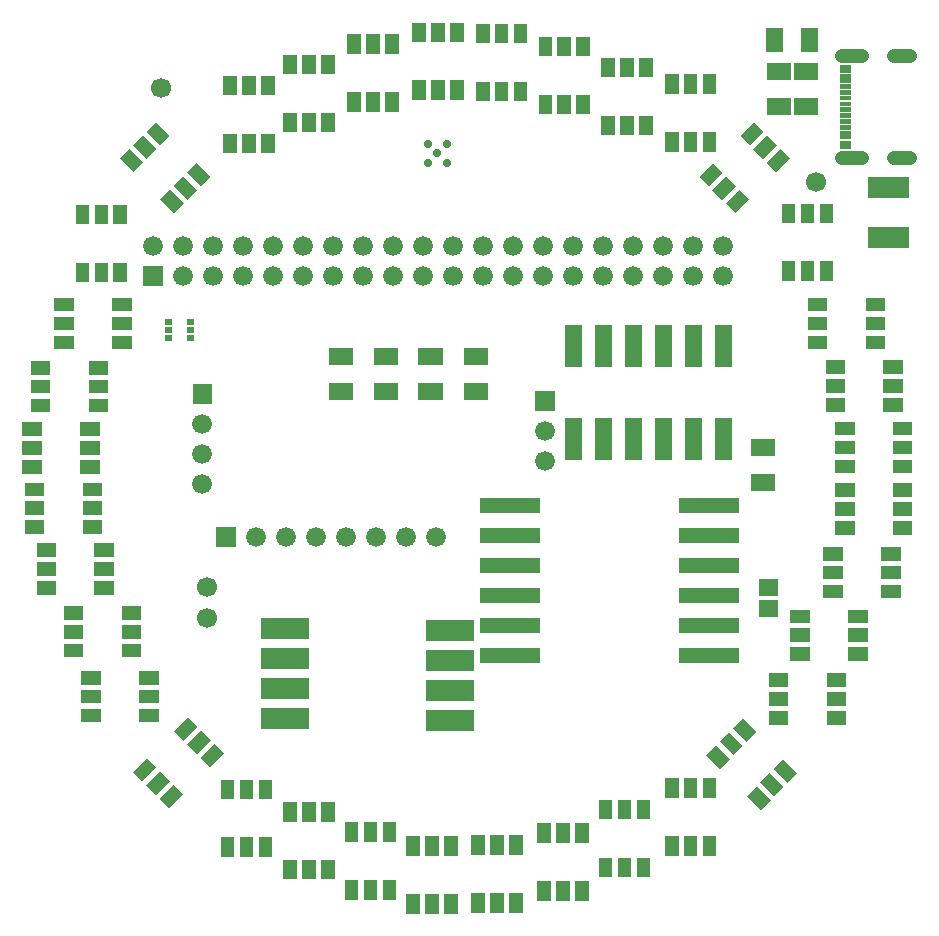
<source format=gbr>
G04 start of page 6 for group -4063 idx -4063 *
G04 Title: (unknown), componentmask *
G04 Creator: pcb 4.2.0 *
G04 CreationDate: Fri Feb 14 02:49:43 2020 UTC *
G04 For: blinken *
G04 Format: Gerber/RS-274X *
G04 PCB-Dimensions (mm): 90.16 90.16 *
G04 PCB-Coordinate-Origin: lower left *
%MOMM*%
%FSLAX43Y43*%
%LNTOPMASK*%
%ADD61C,1.158*%
%ADD60C,1.700*%
%ADD59C,0.002*%
%ADD58C,0.702*%
%ADD57C,1.676*%
G54D57*X26110Y66370D03*
X28650D03*
X31190D03*
X26110Y68910D03*
X28650D03*
X31190D03*
X33730D03*
X36270D03*
X38810D03*
X33730Y66370D03*
X36270D03*
X38810D03*
X41350D03*
G54D58*X37460Y76760D03*
X38260Y77560D03*
X36660D03*
X38260Y75960D03*
X36660D03*
G54D57*X18490Y66370D03*
Y68910D03*
X21030Y66370D03*
Y68910D03*
G54D59*G36*
X12572Y67208D02*Y65532D01*
X14248D01*
Y67208D01*
X12572D01*
G37*
G54D57*X13410Y68910D03*
X15950Y66370D03*
Y68910D03*
X23570Y66370D03*
Y68910D03*
G54D59*G36*
X16730Y57253D02*Y55577D01*
X18407D01*
Y57253D01*
X16730D01*
G37*
G54D57*X17568Y53875D03*
Y51335D03*
Y48795D03*
X41350Y68910D03*
X43890Y66370D03*
X46430D03*
X48970D03*
G54D59*G36*
X45700Y56600D02*Y54924D01*
X47376D01*
Y56600D01*
X45700D01*
G37*
G54D57*X46538Y53222D03*
Y50682D03*
X43890Y68910D03*
X46430D03*
X48970D03*
X51510D03*
X54050D03*
X56590D03*
X51510Y66370D03*
X54050D03*
X56590D03*
X59130D03*
Y68910D03*
X61670D03*
Y66370D03*
G54D59*G36*
X18692Y45138D02*Y43462D01*
X20368D01*
Y45138D01*
X18692D01*
G37*
G54D57*X22070Y44300D03*
X24610D03*
X27150D03*
X29690D03*
X32230D03*
X34770D03*
X37310D03*
G54D60*X17980Y40010D03*
X17940Y37420D03*
X69540Y74300D03*
X14100Y82260D03*
G54D59*G36*
X38077Y87837D02*X36923D01*
Y86183D01*
X38077D01*
Y87837D01*
G37*
G36*
X39677D02*X38523D01*
Y86183D01*
X39677D01*
Y87837D01*
G37*
G36*
X41877Y87737D02*X40723D01*
Y86083D01*
X41877D01*
Y87737D01*
G37*
G36*
X36477Y87837D02*X35323D01*
Y86183D01*
X36477D01*
Y87837D01*
G37*
G36*
X32577Y86837D02*X31423D01*
Y85183D01*
X32577D01*
Y86837D01*
G37*
G36*
X30977D02*X29823D01*
Y85183D01*
X30977D01*
Y86837D01*
G37*
G36*
X34177D02*X33023D01*
Y85183D01*
X34177D01*
Y86837D01*
G37*
G36*
X39677Y82937D02*X38523D01*
Y81283D01*
X39677D01*
Y82937D01*
G37*
G36*
X43477Y82837D02*X42323D01*
Y81183D01*
X43477D01*
Y82837D01*
G37*
G36*
X41877D02*X40723D01*
Y81183D01*
X41877D01*
Y82837D01*
G37*
G36*
X43477Y87737D02*X42323D01*
Y86083D01*
X43477D01*
Y87737D01*
G37*
G36*
X45077D02*X43923D01*
Y86083D01*
X45077D01*
Y87737D01*
G37*
G36*
X48777Y86637D02*X47623D01*
Y84983D01*
X48777D01*
Y86637D01*
G37*
G36*
X47177D02*X46023D01*
Y84983D01*
X47177D01*
Y86637D01*
G37*
G36*
X45077Y82837D02*X43923D01*
Y81183D01*
X45077D01*
Y82837D01*
G37*
G36*
X50377Y81737D02*X49223D01*
Y80083D01*
X50377D01*
Y81737D01*
G37*
G36*
X48777D02*X47623D01*
Y80083D01*
X48777D01*
Y81737D01*
G37*
G36*
X47177D02*X46023D01*
Y80083D01*
X47177D01*
Y81737D01*
G37*
G36*
X50377Y86637D02*X49223D01*
Y84983D01*
X50377D01*
Y86637D01*
G37*
G36*
X54077Y84837D02*X52923D01*
Y83183D01*
X54077D01*
Y84837D01*
G37*
G36*
X52477D02*X51323D01*
Y83183D01*
X52477D01*
Y84837D01*
G37*
G36*
X55677D02*X54523D01*
Y83183D01*
X55677D01*
Y84837D01*
G37*
G36*
X57877Y83437D02*X56723D01*
Y81783D01*
X57877D01*
Y83437D01*
G37*
G36*
Y78537D02*X56723D01*
Y76883D01*
X57877D01*
Y78537D01*
G37*
G36*
X55677Y79937D02*X54523D01*
Y78283D01*
X55677D01*
Y79937D01*
G37*
G36*
X54077D02*X52923D01*
Y78283D01*
X54077D01*
Y79937D01*
G37*
G36*
X52477D02*X51323D01*
Y78283D01*
X52477D01*
Y79937D01*
G37*
G36*
X21877Y18837D02*X20723D01*
Y17183D01*
X21877D01*
Y18837D01*
G37*
G36*
X20277Y23737D02*X19123D01*
Y22083D01*
X20277D01*
Y23737D01*
G37*
G36*
X21877D02*X20723D01*
Y22083D01*
X21877D01*
Y23737D01*
G37*
G36*
X20277Y18837D02*X19123D01*
Y17183D01*
X20277D01*
Y18837D01*
G37*
G36*
X23477D02*X22323D01*
Y17183D01*
X23477D01*
Y18837D01*
G37*
G36*
Y23737D02*X22323D01*
Y22083D01*
X23477D01*
Y23737D01*
G37*
G36*
X19385Y25951D02*X18569Y26767D01*
X17399Y25597D01*
X18215Y24781D01*
X19385Y25951D01*
G37*
G36*
X22507Y37383D02*Y35625D01*
X26565D01*
Y37383D01*
X22507D01*
G37*
G36*
Y34843D02*Y33085D01*
X26565D01*
Y34843D01*
X22507D01*
G37*
G36*
Y32303D02*Y30545D01*
X26565D01*
Y32303D01*
X22507D01*
G37*
G36*
Y29763D02*Y28005D01*
X26565D01*
Y29763D01*
X22507D01*
G37*
G36*
X14789Y23618D02*X13973Y24434D01*
X12803Y23264D01*
X13619Y22448D01*
X14789Y23618D01*
G37*
G36*
X15920Y22486D02*X15104Y23302D01*
X13934Y22133D01*
X14751Y21317D01*
X15920Y22486D01*
G37*
G36*
X17122Y28214D02*X16306Y29030D01*
X15136Y27860D01*
X15952Y27044D01*
X17122Y28214D01*
G37*
G36*
X18253Y27082D02*X17437Y27899D01*
X16268Y26729D01*
X17084Y25913D01*
X18253Y27082D01*
G37*
G36*
X13657Y24749D02*X12841Y25565D01*
X11672Y24395D01*
X12488Y23579D01*
X13657Y24749D01*
G37*
G36*
X12223Y31337D02*Y30183D01*
X13877D01*
Y31337D01*
X12223D01*
G37*
G36*
Y29737D02*Y28583D01*
X13877D01*
Y29737D01*
X12223D01*
G37*
G36*
X7323Y31337D02*X7323Y30183D01*
X8977Y30183D01*
X8977Y31337D01*
X7323Y31337D01*
G37*
G36*
X7323Y29737D02*Y28583D01*
X8977D01*
Y29737D01*
X7323D01*
G37*
G36*
X12223Y32937D02*X12223Y31783D01*
X13877Y31783D01*
X13877Y32937D01*
X12223Y32937D01*
G37*
G36*
X7323Y32937D02*Y31783D01*
X8977D01*
Y32937D01*
X7323D01*
G37*
G36*
X5823Y36837D02*X5823Y35683D01*
X7477Y35683D01*
X7477Y36837D01*
X5823Y36837D01*
G37*
G36*
X10723Y38437D02*X10723Y37283D01*
X12377Y37283D01*
X12377Y38437D01*
X10723Y38437D01*
G37*
G36*
X10723Y36837D02*Y35683D01*
X12377D01*
Y36837D01*
X10723D01*
G37*
G36*
X5823Y38437D02*Y37283D01*
X7477D01*
Y38437D01*
X5823D01*
G37*
G36*
Y35237D02*Y34083D01*
X7477D01*
Y35237D01*
X5823D01*
G37*
G36*
X10723D02*Y34083D01*
X12377D01*
Y35237D01*
X10723D01*
G37*
G36*
X3523Y42137D02*X3523Y40983D01*
X5177Y40983D01*
X5177Y42137D01*
X3523Y42137D01*
G37*
G36*
X3523Y40537D02*Y39383D01*
X5177D01*
Y40537D01*
X3523D01*
G37*
G36*
X8423Y43737D02*X8423Y42583D01*
X10077Y42583D01*
X10077Y43737D01*
X8423Y43737D01*
G37*
G36*
X8423Y40537D02*Y39383D01*
X10077D01*
Y40537D01*
X8423D01*
G37*
G36*
Y42137D02*Y40983D01*
X10077D01*
Y42137D01*
X8423D01*
G37*
G36*
X7423Y45687D02*Y44533D01*
X9077D01*
Y45687D01*
X7423D01*
G37*
G36*
X3523Y43737D02*Y42583D01*
X5177D01*
Y43737D01*
X3523D01*
G37*
G36*
X2523Y47287D02*X2523Y46133D01*
X4177Y46133D01*
X4177Y47287D01*
X2523Y47287D01*
G37*
G36*
X2523Y45687D02*Y44533D01*
X4177D01*
Y45687D01*
X2523D01*
G37*
G36*
Y48887D02*Y47733D01*
X4177D01*
Y48887D01*
X2523D01*
G37*
G36*
X2323Y52387D02*X2323Y51233D01*
X3977Y51233D01*
X3977Y52387D01*
X2323Y52387D01*
G37*
G36*
X2323Y50787D02*Y49633D01*
X3977D01*
Y50787D01*
X2323D01*
G37*
G36*
X7423Y48887D02*X7423Y47733D01*
X9077Y47733D01*
X9077Y48887D01*
X7423Y48887D01*
G37*
G36*
X7423Y47287D02*Y46133D01*
X9077D01*
Y47287D01*
X7423D01*
G37*
G36*
X7223Y52387D02*Y51233D01*
X8877D01*
Y52387D01*
X7223D01*
G37*
G36*
Y50787D02*Y49633D01*
X8877D01*
Y50787D01*
X7223D01*
G37*
G36*
X2323Y53987D02*Y52833D01*
X3977D01*
Y53987D01*
X2323D01*
G37*
G36*
X3023Y55987D02*Y54833D01*
X4677D01*
Y55987D01*
X3023D01*
G37*
G36*
X7223Y53987D02*X7223Y52833D01*
X8877Y52833D01*
X8877Y53987D01*
X7223Y53987D01*
G37*
G36*
X7923Y57587D02*Y56433D01*
X9577D01*
Y57587D01*
X7923D01*
G37*
G36*
Y55987D02*Y54833D01*
X9577D01*
Y55987D01*
X7923D01*
G37*
G36*
X3023Y57587D02*X3023Y56433D01*
X4677Y56433D01*
X4677Y57587D01*
X3023Y57587D01*
G37*
G36*
X3023Y59187D02*Y58033D01*
X4677D01*
Y59187D01*
X3023D01*
G37*
G36*
X5023Y62937D02*X5023Y61783D01*
X6677Y61783D01*
X6677Y62937D01*
X5023Y62937D01*
G37*
G36*
X5023Y61337D02*Y60183D01*
X6677D01*
Y61337D01*
X5023D01*
G37*
G36*
Y64537D02*Y63383D01*
X6677D01*
Y64537D01*
X5023D01*
G37*
G36*
X7923Y59187D02*X7923Y58033D01*
X9577Y58033D01*
X9577Y59187D01*
X7923Y59187D01*
G37*
G36*
X9923Y62937D02*Y61783D01*
X11577D01*
Y62937D01*
X9923D01*
G37*
G36*
Y61337D02*Y60183D01*
X11577D01*
Y61337D01*
X9923D01*
G37*
G36*
X16250Y61396D02*Y60893D01*
X16853D01*
Y61396D01*
X16250D01*
G37*
G36*
Y62046D02*Y61543D01*
X16853D01*
Y62046D01*
X16250D01*
G37*
G36*
Y62696D02*Y62193D01*
X16853D01*
Y62696D01*
X16250D01*
G37*
G36*
X14400D02*Y62193D01*
X15003D01*
Y62696D01*
X14400D01*
G37*
G36*
Y62046D02*Y61543D01*
X15003D01*
Y62046D01*
X14400D01*
G37*
G36*
Y61396D02*Y60893D01*
X15003D01*
Y61396D01*
X14400D01*
G37*
G36*
X9923Y64537D02*X9923Y63383D01*
X11577Y63383D01*
X11577Y64537D01*
X9923Y64537D01*
G37*
G36*
X11187Y67497D02*X10033Y67497D01*
X10033Y65843D01*
X11187Y65843D01*
X11187Y67497D01*
G37*
G36*
X9587Y67497D02*X8433D01*
Y65843D01*
X9587D01*
Y67497D01*
G37*
G36*
X7987D02*X6833D01*
Y65843D01*
X7987D01*
Y67497D01*
G37*
G36*
X22077Y83337D02*X20923D01*
Y81683D01*
X22077D01*
Y83337D01*
G37*
G36*
X23677Y78437D02*X22523D01*
Y76783D01*
X23677D01*
Y78437D01*
G37*
G36*
Y83337D02*X22523D01*
Y81683D01*
X23677D01*
Y83337D01*
G37*
G36*
X27167Y85097D02*X26013D01*
Y83443D01*
X27167D01*
Y85097D01*
G37*
G36*
X28767D02*X27613D01*
Y83443D01*
X28767D01*
Y85097D01*
G37*
G36*
X25567D02*X24413D01*
Y83443D01*
X25567D01*
Y85097D01*
G37*
G36*
X28767Y80197D02*X27613D01*
Y78543D01*
X28767D01*
Y80197D01*
G37*
G36*
X27167D02*X26013D01*
Y78543D01*
X27167D01*
Y80197D01*
G37*
G36*
X25567D02*X24413D01*
Y78543D01*
X25567D01*
Y80197D01*
G37*
G36*
X38077Y82937D02*X36923D01*
Y81283D01*
X38077D01*
Y82937D01*
G37*
G36*
X36477D02*X35323D01*
Y81283D01*
X36477D01*
Y82937D01*
G37*
G36*
X34177Y81937D02*X33023D01*
Y80283D01*
X34177D01*
Y81937D01*
G37*
G36*
X32577D02*X31423D01*
Y80283D01*
X32577D01*
Y81937D01*
G37*
G36*
X30977D02*X29823D01*
Y80283D01*
X30977D01*
Y81937D01*
G37*
G36*
X17092Y75960D02*X16276Y75144D01*
X17445Y73974D01*
X18261Y74790D01*
X17092Y75960D01*
G37*
G36*
X15960Y74828D02*X15144Y74012D01*
X16314Y72843D01*
X17130Y73659D01*
X15960Y74828D01*
G37*
G36*
X14829Y73697D02*X14013Y72881D01*
X15183Y71711D01*
X15999Y72527D01*
X14829Y73697D01*
G37*
G36*
X9587Y72397D02*X8433Y72397D01*
X8433Y70743D01*
X9587Y70743D01*
X9587Y72397D01*
G37*
G36*
X7987Y72397D02*X6833D01*
Y70743D01*
X7987D01*
Y72397D01*
G37*
G36*
X11187D02*X10033D01*
Y70743D01*
X11187D01*
Y72397D01*
G37*
G36*
X12496Y78293D02*X11679Y77477D01*
X12849Y76308D01*
X13665Y77124D01*
X12496Y78293D01*
G37*
G36*
X13627Y79425D02*X12811Y78608D01*
X13981Y77439D01*
X14796Y78255D01*
X13627Y79425D01*
G37*
G36*
X11364Y77162D02*X10548Y76346D01*
X11718Y75176D01*
X12534Y75992D01*
X11364Y77162D01*
G37*
G36*
X20477Y83337D02*X19323D01*
Y81683D01*
X20477D01*
Y83337D01*
G37*
G36*
X22077Y78437D02*X20923D01*
Y76783D01*
X22077D01*
Y78437D01*
G37*
G36*
X20477D02*X19323D01*
Y76783D01*
X20477D01*
Y78437D01*
G37*
G36*
X73723Y62937D02*Y61783D01*
X75377D01*
Y62937D01*
X73723D01*
G37*
G36*
Y64537D02*Y63383D01*
X75377D01*
Y64537D01*
X73723D01*
G37*
G36*
X68823Y61337D02*Y60183D01*
X70477D01*
Y61337D01*
X68823D01*
G37*
G36*
Y62937D02*Y61783D01*
X70477D01*
Y62937D01*
X68823D01*
G37*
G36*
Y64537D02*Y63383D01*
X70477D01*
Y64537D01*
X68823D01*
G37*
G36*
X73723Y61337D02*Y60183D01*
X75377D01*
Y61337D01*
X73723D01*
G37*
G36*
X75223Y59237D02*Y58083D01*
X76877D01*
Y59237D01*
X75223D01*
G37*
G36*
X70323Y57637D02*Y56483D01*
X71977D01*
Y57637D01*
X70323D01*
G37*
G36*
Y59237D02*Y58083D01*
X71977D01*
Y59237D01*
X70323D01*
G37*
G36*
X67777Y67607D02*X66623D01*
Y65953D01*
X67777D01*
Y67607D01*
G37*
G36*
X75223Y57637D02*Y56483D01*
X76877D01*
Y57637D01*
X75223D01*
G37*
G36*
Y56037D02*Y54883D01*
X76877D01*
Y56037D01*
X75223D01*
G37*
G36*
X76023Y54037D02*Y52883D01*
X77677D01*
Y54037D01*
X76023D01*
G37*
G36*
X70323Y56037D02*Y54883D01*
X71977D01*
Y56037D01*
X70323D01*
G37*
G36*
X71123Y52437D02*Y51283D01*
X72777D01*
Y52437D01*
X71123D01*
G37*
G36*
Y54037D02*Y52883D01*
X72777D01*
Y54037D01*
X71123D01*
G37*
G36*
X76023Y52437D02*Y51283D01*
X77677D01*
Y52437D01*
X76023D01*
G37*
G36*
Y50837D02*Y49683D01*
X77677D01*
Y50837D01*
X76023D01*
G37*
G36*
Y47237D02*Y46083D01*
X77677D01*
Y47237D01*
X76023D01*
G37*
G36*
Y48837D02*Y47683D01*
X77677D01*
Y48837D01*
X76023D01*
G37*
G36*
X71123Y50837D02*Y49683D01*
X72777D01*
Y50837D01*
X71123D01*
G37*
G36*
Y47237D02*Y46083D01*
X72777D01*
Y47237D01*
X71123D01*
G37*
G36*
Y48837D02*Y47683D01*
X72777D01*
Y48837D01*
X71123D01*
G37*
G36*
X76023Y45637D02*Y44483D01*
X77677D01*
Y45637D01*
X76023D01*
G37*
G36*
X75023Y41837D02*Y40683D01*
X76677D01*
Y41837D01*
X75023D01*
G37*
G36*
Y43437D02*Y42283D01*
X76677D01*
Y43437D01*
X75023D01*
G37*
G36*
X71123Y45637D02*Y44483D01*
X72777D01*
Y45637D01*
X71123D01*
G37*
G36*
X70123Y40237D02*Y39083D01*
X71777D01*
Y40237D01*
X70123D01*
G37*
G36*
Y41837D02*Y40683D01*
X71777D01*
Y41837D01*
X70123D01*
G37*
G36*
Y43437D02*Y42283D01*
X71777D01*
Y43437D01*
X70123D01*
G37*
G36*
X70977Y67607D02*X69823D01*
Y65953D01*
X70977D01*
Y67607D01*
G37*
G54D61*X71750Y76390D02*X73440D01*
G54D59*G36*
X69377Y67607D02*X68223D01*
Y65953D01*
X69377D01*
Y67607D01*
G37*
G54D61*X76100Y76390D02*X77500D01*
G54D59*G36*
X73923Y74737D02*Y72983D01*
X77377D01*
Y74737D01*
X73923D01*
G37*
G36*
Y70537D02*Y68783D01*
X77377D01*
Y70537D01*
X73923D01*
G37*
G36*
X75023Y40237D02*Y39083D01*
X76677D01*
Y40237D01*
X75023D01*
G37*
G36*
X72223Y36537D02*Y35383D01*
X73877D01*
Y36537D01*
X72223D01*
G37*
G36*
Y38137D02*Y36983D01*
X73877D01*
Y38137D01*
X72223D01*
G37*
G36*
X67323Y36537D02*Y35383D01*
X68977D01*
Y36537D01*
X67323D01*
G37*
G36*
Y38137D02*Y36983D01*
X68977D01*
Y38137D01*
X67323D01*
G37*
G36*
X72223Y34937D02*Y33783D01*
X73877D01*
Y34937D01*
X72223D01*
G37*
G36*
X67323D02*Y33783D01*
X68977D01*
Y34937D01*
X67323D01*
G37*
G36*
X70423Y31137D02*Y29983D01*
X72077D01*
Y31137D01*
X70423D01*
G37*
G36*
Y32737D02*Y31583D01*
X72077D01*
Y32737D01*
X70423D01*
G37*
G36*
X65523D02*Y31583D01*
X67177D01*
Y32737D01*
X65523D01*
G37*
G36*
Y29537D02*Y28383D01*
X67177D01*
Y29537D01*
X65523D01*
G37*
G36*
X70423D02*Y28383D01*
X72077D01*
Y29537D01*
X70423D01*
G37*
G36*
X65523Y31137D02*Y29983D01*
X67177D01*
Y31137D01*
X65523D01*
G37*
G36*
X61035Y26648D02*X60219Y25832D01*
X61389Y24662D01*
X62205Y25478D01*
X61035Y26648D01*
G37*
G36*
X62166Y27779D02*X61350Y26963D01*
X62520Y25794D01*
X63336Y26610D01*
X62166Y27779D01*
G37*
G36*
X63298Y28911D02*X62482Y28095D01*
X63652Y26925D01*
X64468Y27741D01*
X63298Y28911D01*
G37*
G36*
X65631Y24315D02*X64815Y23499D01*
X65985Y22329D01*
X66801Y23145D01*
X65631Y24315D01*
G37*
G36*
X66763Y25446D02*X65947Y24630D01*
X67116Y23460D01*
X67932Y24277D01*
X66763Y25446D01*
G37*
G36*
X64500Y23183D02*X63684Y22367D01*
X64854Y21198D01*
X65670Y22014D01*
X64500Y23183D01*
G37*
G36*
X59477Y18937D02*X58323D01*
Y17283D01*
X59477D01*
Y18937D01*
G37*
G36*
X57877D02*X56723D01*
Y17283D01*
X57877D01*
Y18937D01*
G37*
G36*
X55477Y17137D02*X54323D01*
Y15483D01*
X55477D01*
Y17137D01*
G37*
G36*
X61077Y18937D02*X59923D01*
Y17283D01*
X61077D01*
Y18937D01*
G37*
G36*
X57877Y23837D02*X56723D01*
Y22183D01*
X57877D01*
Y23837D01*
G37*
G36*
X59477D02*X58323D01*
Y22183D01*
X59477D01*
Y23837D01*
G37*
G36*
X61077D02*X59923D01*
Y22183D01*
X61077D01*
Y23837D01*
G37*
G36*
X52277Y22037D02*X51123D01*
Y20383D01*
X52277D01*
Y22037D01*
G37*
G36*
X53877D02*X52723D01*
Y20383D01*
X53877D01*
Y22037D01*
G37*
G36*
X55477D02*X54323D01*
Y20383D01*
X55477D01*
Y22037D01*
G37*
G36*
X35977Y18937D02*X34823D01*
Y17283D01*
X35977D01*
Y18937D01*
G37*
G36*
X37577D02*X36423D01*
Y17283D01*
X37577D01*
Y18937D01*
G37*
G36*
X39177D02*X38023D01*
Y17283D01*
X39177D01*
Y18937D01*
G37*
G36*
X36463Y37256D02*Y35498D01*
X40521D01*
Y37256D01*
X36463D01*
G37*
G36*
X41098Y34908D02*Y33650D01*
X46166D01*
Y34908D01*
X41098D01*
G37*
G36*
Y37448D02*Y36190D01*
X46166D01*
Y37448D01*
X41098D01*
G37*
G36*
X36463Y34716D02*Y32958D01*
X40521D01*
Y34716D01*
X36463D01*
G37*
G36*
Y32176D02*Y30418D01*
X40521D01*
Y32176D01*
X36463D01*
G37*
G36*
Y29636D02*Y27878D01*
X40521D01*
Y29636D01*
X36463D01*
G37*
G36*
X41098Y39988D02*Y38730D01*
X46166D01*
Y39988D01*
X41098D01*
G37*
G36*
Y42528D02*Y41270D01*
X46166D01*
Y42528D01*
X41098D01*
G37*
G36*
Y45068D02*Y43810D01*
X46166D01*
Y45068D01*
X41098D01*
G37*
G36*
Y47608D02*Y46350D01*
X46166D01*
Y47608D01*
X41098D01*
G37*
G36*
X49708Y54344D02*X48304D01*
Y50790D01*
X49708D01*
Y54344D01*
G37*
G36*
X52248D02*X50844D01*
Y50790D01*
X52248D01*
Y54344D01*
G37*
G36*
X54788D02*X53384D01*
Y50790D01*
X54788D01*
Y54344D01*
G37*
G36*
X57328D02*X55924D01*
Y50790D01*
X57328D01*
Y54344D01*
G37*
G36*
X59868D02*X58464D01*
Y50790D01*
X59868D01*
Y54344D01*
G37*
G36*
X62408D02*X61004D01*
Y50790D01*
X62408D01*
Y54344D01*
G37*
G36*
X39708Y60310D02*Y58858D01*
X41761D01*
Y60310D01*
X39708D01*
G37*
G36*
Y57311D02*Y55858D01*
X41761D01*
Y57311D01*
X39708D01*
G37*
G36*
X35844Y60320D02*Y58867D01*
X37896D01*
Y60320D01*
X35844D01*
G37*
G36*
X32059Y60313D02*Y58860D01*
X34111D01*
Y60313D01*
X32059D01*
G37*
G36*
X28263Y60317D02*Y58864D01*
X30315D01*
Y60317D01*
X28263D01*
G37*
G36*
X35844Y57320D02*Y55868D01*
X37896D01*
Y57320D01*
X35844D01*
G37*
G36*
X32059Y57313D02*Y55861D01*
X34111D01*
Y57313D01*
X32059D01*
G37*
G36*
X28263Y57317D02*Y55865D01*
X30315D01*
Y57317D01*
X28263D01*
G37*
G36*
X49708Y62244D02*X48304D01*
Y58690D01*
X49708D01*
Y62244D01*
G37*
G36*
X52248D02*X50844D01*
Y58690D01*
X52248D01*
Y62244D01*
G37*
G36*
X54788D02*X53384D01*
Y58690D01*
X54788D01*
Y62244D01*
G37*
G36*
X57328D02*X55924D01*
Y58690D01*
X57328D01*
Y62244D01*
G37*
G36*
X59868D02*X58464D01*
Y58690D01*
X59868D01*
Y62244D01*
G37*
G36*
X62408D02*X61004D01*
Y58690D01*
X62408D01*
Y62244D01*
G37*
G36*
X57908Y34908D02*Y33650D01*
X62976D01*
Y34908D01*
X57908D01*
G37*
G36*
Y37448D02*Y36190D01*
X62976D01*
Y37448D01*
X57908D01*
G37*
G36*
Y39988D02*Y38730D01*
X62976D01*
Y39988D01*
X57908D01*
G37*
G36*
Y42528D02*Y41270D01*
X62976D01*
Y42528D01*
X57908D01*
G37*
G36*
Y45068D02*Y43810D01*
X62976D01*
Y45068D01*
X57908D01*
G37*
G36*
Y47608D02*Y46350D01*
X62976D01*
Y47608D01*
X57908D01*
G37*
G36*
X64014Y52606D02*Y51154D01*
X66066D01*
Y52606D01*
X64014D01*
G37*
G36*
Y49606D02*Y48154D01*
X66066D01*
Y49606D01*
X64014D01*
G37*
G36*
X64654Y38916D02*Y37464D01*
X66306D01*
Y38916D01*
X64654D01*
G37*
G36*
Y40716D02*Y39264D01*
X66306D01*
Y40716D01*
X64654D01*
G37*
G36*
X53877Y17137D02*X52723D01*
Y15483D01*
X53877D01*
Y17137D01*
G37*
G36*
X52277D02*X51123D01*
Y15483D01*
X52277D01*
Y17137D01*
G37*
G36*
X50277Y15137D02*X49123D01*
Y13483D01*
X50277D01*
Y15137D01*
G37*
G36*
X47077Y20037D02*X45923D01*
Y18383D01*
X47077D01*
Y20037D01*
G37*
G36*
X48677D02*X47523D01*
Y18383D01*
X48677D01*
Y20037D01*
G37*
G36*
X50277D02*X49123D01*
Y18383D01*
X50277D01*
Y20037D01*
G37*
G36*
X48677Y15137D02*X47523D01*
Y13483D01*
X48677D01*
Y15137D01*
G37*
G36*
X47077D02*X45923D01*
Y13483D01*
X47077D01*
Y15137D01*
G37*
G36*
X43077Y14137D02*X41923D01*
Y12483D01*
X43077D01*
Y14137D01*
G37*
G36*
X44677D02*X43523D01*
Y12483D01*
X44677D01*
Y14137D01*
G37*
G36*
X41477Y19037D02*X40323D01*
Y17383D01*
X41477D01*
Y19037D01*
G37*
G36*
X43077D02*X41923D01*
Y17383D01*
X43077D01*
Y19037D01*
G37*
G36*
X44677D02*X43523D01*
Y17383D01*
X44677D01*
Y19037D01*
G37*
G36*
X41477Y14137D02*X40323D01*
Y12483D01*
X41477D01*
Y14137D01*
G37*
G36*
X32377Y15237D02*X31223D01*
Y13583D01*
X32377D01*
Y15237D01*
G37*
G36*
X33977D02*X32823D01*
Y13583D01*
X33977D01*
Y15237D01*
G37*
G36*
X30777D02*X29623D01*
Y13583D01*
X30777D01*
Y15237D01*
G37*
G36*
X35977Y14037D02*X34823D01*
Y12383D01*
X35977D01*
Y14037D01*
G37*
G36*
X30777Y20137D02*X29623D01*
Y18483D01*
X30777D01*
Y20137D01*
G37*
G36*
X25577Y21837D02*X24423D01*
Y20183D01*
X25577D01*
Y21837D01*
G37*
G36*
X27177D02*X26023D01*
Y20183D01*
X27177D01*
Y21837D01*
G37*
G36*
X28777D02*X27623D01*
Y20183D01*
X28777D01*
Y21837D01*
G37*
G36*
X32377Y20137D02*X31223D01*
Y18483D01*
X32377D01*
Y20137D01*
G37*
G36*
X33977D02*X32823D01*
Y18483D01*
X33977D01*
Y20137D01*
G37*
G36*
X27177Y16937D02*X26023D01*
Y15283D01*
X27177D01*
Y16937D01*
G37*
G36*
X28777D02*X27623D01*
Y15283D01*
X28777D01*
Y16937D01*
G37*
G36*
X25577D02*X24423D01*
Y15283D01*
X25577D01*
Y16937D01*
G37*
G36*
X37577Y14037D02*X36423D01*
Y12383D01*
X37577D01*
Y14037D01*
G37*
G36*
X39177D02*X38023D01*
Y12383D01*
X39177D01*
Y14037D01*
G37*
G36*
X59477Y83437D02*X58323D01*
Y81783D01*
X59477D01*
Y83437D01*
G37*
G36*
X61077Y78537D02*X59923D01*
Y76883D01*
X61077D01*
Y78537D01*
G37*
G36*
X59477D02*X58323D01*
Y76883D01*
X59477D01*
Y78537D01*
G37*
G36*
X61077Y83437D02*X59923D01*
Y81783D01*
X61077D01*
Y83437D01*
G37*
G36*
X61595Y75132D02*X60779Y75948D01*
X59609Y74778D01*
X60425Y73962D01*
X61595Y75132D01*
G37*
G36*
X62726Y74000D02*X61910Y74816D01*
X60741Y73647D01*
X61557Y72831D01*
X62726Y74000D01*
G37*
G36*
X63858Y72869D02*X63042Y73685D01*
X61872Y72515D01*
X62688Y71699D01*
X63858Y72869D01*
G37*
G36*
X65371Y81422D02*Y79969D01*
X67423D01*
Y81422D01*
X65371D01*
G37*
G36*
Y84422D02*Y82969D01*
X67423D01*
Y84422D01*
X65371D01*
G37*
G36*
X67644Y84416D02*Y82964D01*
X69696D01*
Y84416D01*
X67644D01*
G37*
G36*
Y81416D02*Y79964D01*
X69696D01*
Y81416D01*
X67644D01*
G37*
G36*
X66696Y87376D02*X65244D01*
Y85324D01*
X66696D01*
Y87376D01*
G37*
G36*
X69696D02*X68244D01*
Y85324D01*
X69696D01*
Y87376D01*
G37*
G36*
X69377Y72507D02*X68223D01*
Y70853D01*
X69377D01*
Y72507D01*
G37*
G36*
X70977D02*X69823D01*
Y70853D01*
X70977D01*
Y72507D01*
G37*
G36*
X67777D02*X66623D01*
Y70853D01*
X67777D01*
Y72507D01*
G37*
G36*
X66191Y77465D02*X65375Y78281D01*
X64206Y77112D01*
X65021Y76295D01*
X66191Y77465D01*
G37*
G36*
X65060Y78597D02*X64244Y79412D01*
X63074Y78243D01*
X63890Y77427D01*
X65060Y78597D01*
G37*
G36*
X67322Y76334D02*X66506Y77150D01*
X65337Y75980D01*
X66153Y75164D01*
X67322Y76334D01*
G37*
G54D61*X71750Y85040D02*X73440D01*
X76100D02*X77500D01*
G54D59*G36*
X71548Y84242D02*Y83538D01*
X72502D01*
Y84242D01*
X71548D01*
G37*
G36*
Y83442D02*Y82738D01*
X72502D01*
Y83442D01*
X71548D01*
G37*
G36*
Y82642D02*Y82238D01*
X72502D01*
Y82642D01*
X71548D01*
G37*
G36*
Y82142D02*Y81738D01*
X72502D01*
Y82142D01*
X71548D01*
G37*
G36*
Y81642D02*Y81238D01*
X72502D01*
Y81642D01*
X71548D01*
G37*
G36*
Y81142D02*Y80738D01*
X72502D01*
Y81142D01*
X71548D01*
G37*
G36*
Y80642D02*Y80238D01*
X72502D01*
Y80642D01*
X71548D01*
G37*
G36*
Y80142D02*Y79738D01*
X72502D01*
Y80142D01*
X71548D01*
G37*
G36*
Y79642D02*Y79238D01*
X72502D01*
Y79642D01*
X71548D01*
G37*
G36*
Y79142D02*Y78738D01*
X72502D01*
Y79142D01*
X71548D01*
G37*
G36*
Y78642D02*Y77938D01*
X72502D01*
Y78642D01*
X71548D01*
G37*
G36*
Y77842D02*Y77138D01*
X72502D01*
Y77842D01*
X71548D01*
G37*
M02*

</source>
